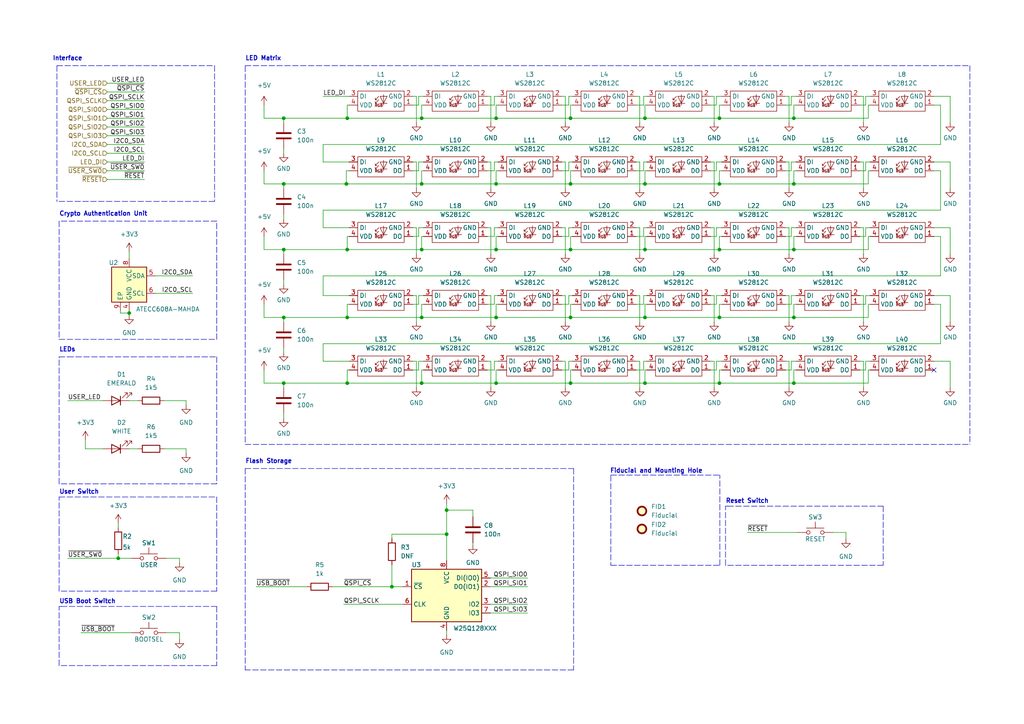
<source format=kicad_sch>
(kicad_sch (version 20211123) (generator eeschema)
  (paper "A4")
  (title_block (title "Pico Card") (date "2022-05-28") (rev "v1.0") (company "DIVA ENG"))
  (junction (at 165.481 92.075))
  (junction (at 143.891 34.29))
  (junction (at 82.296 111.125))
  (junction (at 100.711 92.075))
  (junction (at 165.481 53.34))
  (junction (at 230.251 111.125))
  (junction (at 129.54 154.94))
  (junction (at 187.071 72.39))
  (junction (at 100.711 111.125))
  (junction (at 122.301 34.29))
  (junction (at 208.661 111.125))
  (junction (at 34.29 161.925))
  (junction (at 82.296 92.075))
  (junction (at 37.465 90.805))
  (junction (at 187.071 111.125))
  (junction (at 82.296 72.39))
  (junction (at 122.301 111.125))
  (junction (at 230.251 72.39))
  (junction (at 122.301 53.34))
  (junction (at 165.481 111.125))
  (junction (at 208.661 92.075))
  (junction (at 100.711 34.29))
  (junction (at 230.251 92.075))
  (junction (at 143.891 53.34))
  (junction (at 143.891 111.125))
  (junction (at 187.071 34.29))
  (junction (at 208.661 72.39))
  (junction (at 165.481 72.39))
  (junction (at 122.301 72.39))
  (junction (at 100.711 72.39))
  (junction (at 82.296 34.29))
  (junction (at 230.251 34.29))
  (junction (at 129.54 147.955))
  (junction (at 208.661 53.34))
  (junction (at 100.457 53.34))
  (junction (at 143.891 92.075))
  (junction (at 208.661 34.29))
  (junction (at 113.665 170.18))
  (junction (at 143.891 72.39))
  (junction (at 82.296 53.34))
  (junction (at 187.071 92.075))
  (junction (at 122.301 92.075))
  (junction (at 187.071 53.34))
  (junction (at 165.481 34.29))
  (junction (at 230.251 53.34))
  (no_connect (at 270.891 107.315))
  (wire (pts (xy 230.251 49.53) (xy 230.251 53.34)))
  (wire (pts (xy 122.301 107.315) (xy 122.301 111.125)))
  (polyline (pts (xy 62.865 154.305) (xy 62.865 171.45)))
  (wire (pts (xy 31.115 31.75) (xy 41.91 31.75)))
  (wire (pts (xy 82.296 92.075) (xy 100.711 92.075)))
  (wire (pts (xy 207.772 49.53) (xy 206.121 49.53)))
  (polyline (pts (xy 17.145 64.135) (xy 17.145 98.425)))
  (wire (pts (xy 144.399 85.725) (xy 143.383 85.725)))
  (wire (pts (xy 250.444 27.94) (xy 250.444 35.56)))
  (wire (pts (xy 165.989 104.775) (xy 164.973 104.775)))
  (polyline (pts (xy 177.165 137.795) (xy 208.788 137.795)))
  (wire (pts (xy 250.444 104.775) (xy 250.444 112.395)))
  (wire (pts (xy 129.54 154.94) (xy 129.54 162.56)))
  (wire (pts (xy 76.581 88.265) (xy 76.581 92.075)))
  (wire (pts (xy 227.838 66.04) (xy 228.854 66.04)))
  (wire (pts (xy 186.69 104.775) (xy 186.69 107.315)))
  (wire (pts (xy 141.351 85.725) (xy 142.367 85.725)))
  (wire (pts (xy 252.349 46.99) (xy 251.079 46.99)))
  (wire (pts (xy 251.079 30.48) (xy 249.428 30.48)))
  (wire (pts (xy 34.925 90.805) (xy 37.465 90.805)))
  (wire (pts (xy 186.69 27.94) (xy 186.69 30.48)))
  (wire (pts (xy 186.69 46.99) (xy 186.69 49.53)))
  (wire (pts (xy 93.726 60.96) (xy 93.726 66.04)))
  (wire (pts (xy 207.772 85.725) (xy 207.772 88.265)))
  (wire (pts (xy 185.547 85.725) (xy 185.547 93.345)))
  (wire (pts (xy 82.296 53.34) (xy 82.296 54.61)))
  (polyline (pts (xy 177.165 137.922) (xy 177.165 163.957)))
  (wire (pts (xy 252.349 68.58) (xy 251.841 68.58)))
  (wire (pts (xy 251.079 88.265) (xy 249.428 88.265)))
  (wire (pts (xy 186.69 66.04) (xy 186.69 68.58)))
  (wire (pts (xy 228.854 85.725) (xy 228.854 93.345)))
  (wire (pts (xy 82.296 43.18) (xy 82.296 44.45)))
  (wire (pts (xy 119.761 88.265) (xy 121.412 88.265)))
  (wire (pts (xy 82.296 72.39) (xy 100.711 72.39)))
  (wire (pts (xy 31.115 41.91) (xy 41.91 41.91)))
  (wire (pts (xy 31.115 39.37) (xy 41.91 39.37)))
  (wire (pts (xy 141.351 27.94) (xy 142.367 27.94)))
  (wire (pts (xy 34.29 160.655) (xy 34.29 161.925)))
  (wire (pts (xy 187.071 72.39) (xy 208.661 72.39)))
  (wire (pts (xy 187.071 30.48) (xy 187.579 30.48)))
  (wire (pts (xy 252.349 30.48) (xy 251.841 30.48)))
  (wire (pts (xy 119.761 49.53) (xy 121.412 49.53)))
  (wire (pts (xy 270.891 66.04) (xy 275.59 66.04)))
  (wire (pts (xy 270.891 46.99) (xy 275.59 46.99)))
  (wire (pts (xy 228.854 66.04) (xy 228.854 73.66)))
  (wire (pts (xy 272.796 88.265) (xy 272.796 99.695)))
  (wire (pts (xy 251.079 27.94) (xy 251.079 30.48)))
  (wire (pts (xy 101.219 68.58) (xy 100.711 68.58)))
  (wire (pts (xy 31.115 44.45) (xy 41.91 44.45)))
  (wire (pts (xy 252.349 88.265) (xy 251.841 88.265)))
  (wire (pts (xy 251.841 49.53) (xy 251.841 53.34)))
  (wire (pts (xy 252.349 27.94) (xy 251.079 27.94)))
  (wire (pts (xy 31.115 34.29) (xy 41.91 34.29)))
  (wire (pts (xy 37.465 116.205) (xy 40.005 116.205)))
  (wire (pts (xy 227.838 68.58) (xy 229.489 68.58)))
  (wire (pts (xy 208.661 49.53) (xy 208.661 53.34)))
  (wire (pts (xy 120.777 46.99) (xy 120.777 54.61)))
  (wire (pts (xy 120.777 104.775) (xy 120.777 112.395)))
  (wire (pts (xy 252.349 49.53) (xy 251.841 49.53)))
  (wire (pts (xy 121.412 68.58) (xy 121.412 66.04)))
  (wire (pts (xy 251.079 107.315) (xy 249.428 107.315)))
  (wire (pts (xy 208.661 72.39) (xy 230.251 72.39)))
  (wire (pts (xy 272.796 68.58) (xy 272.796 80.01)))
  (wire (pts (xy 165.481 68.58) (xy 165.481 72.39)))
  (polyline (pts (xy 62.865 193.04) (xy 17.145 193.04)))
  (wire (pts (xy 143.891 88.265) (xy 143.891 92.075)))
  (wire (pts (xy 163.957 27.94) (xy 163.957 35.56)))
  (wire (pts (xy 37.465 90.17) (xy 37.465 90.805)))
  (wire (pts (xy 209.296 27.94) (xy 207.772 27.94)))
  (polyline (pts (xy 62.23 19.05) (xy 62.23 58.42)))
  (wire (pts (xy 249.428 46.99) (xy 250.444 46.99)))
  (wire (pts (xy 229.489 27.94) (xy 229.489 30.48)))
  (wire (pts (xy 100.711 68.58) (xy 100.711 72.39)))
  (wire (pts (xy 230.886 104.775) (xy 229.489 104.775)))
  (polyline (pts (xy 62.865 103.505) (xy 62.865 140.335)))
  (wire (pts (xy 186.69 107.315) (xy 184.531 107.315)))
  (wire (pts (xy 23.495 183.515) (xy 38.1 183.515)))
  (wire (pts (xy 45.085 80.01) (xy 55.88 80.01)))
  (wire (pts (xy 186.69 88.265) (xy 184.531 88.265)))
  (wire (pts (xy 230.886 46.99) (xy 229.489 46.99)))
  (wire (pts (xy 230.886 85.725) (xy 229.489 85.725)))
  (wire (pts (xy 142.24 175.26) (xy 153.035 175.26)))
  (wire (pts (xy 272.796 80.01) (xy 93.726 80.01)))
  (wire (pts (xy 119.761 68.58) (xy 121.412 68.58)))
  (wire (pts (xy 227.838 27.94) (xy 228.854 27.94)))
  (wire (pts (xy 119.761 66.04) (xy 120.777 66.04)))
  (wire (pts (xy 187.579 104.775) (xy 186.69 104.775)))
  (wire (pts (xy 229.489 104.775) (xy 229.489 107.315)))
  (wire (pts (xy 144.399 46.99) (xy 143.383 46.99)))
  (wire (pts (xy 251.079 49.53) (xy 249.428 49.53)))
  (wire (pts (xy 129.54 147.955) (xy 129.54 154.94)))
  (wire (pts (xy 163.957 104.775) (xy 163.957 112.395)))
  (wire (pts (xy 227.838 30.48) (xy 229.489 30.48)))
  (wire (pts (xy 187.071 34.29) (xy 208.661 34.29)))
  (wire (pts (xy 76.581 92.075) (xy 82.296 92.075)))
  (wire (pts (xy 93.726 66.04) (xy 101.219 66.04)))
  (wire (pts (xy 272.796 99.695) (xy 93.726 99.695)))
  (wire (pts (xy 141.351 46.99) (xy 142.367 46.99)))
  (wire (pts (xy 249.428 66.04) (xy 250.444 66.04)))
  (wire (pts (xy 120.777 66.04) (xy 120.777 73.66)))
  (wire (pts (xy 251.841 68.58) (xy 251.841 72.39)))
  (wire (pts (xy 76.581 34.29) (xy 82.296 34.29)))
  (wire (pts (xy 187.071 49.53) (xy 187.071 53.34)))
  (wire (pts (xy 187.071 68.58) (xy 187.579 68.58)))
  (wire (pts (xy 31.115 36.83) (xy 41.91 36.83)))
  (wire (pts (xy 207.137 85.725) (xy 207.137 93.345)))
  (wire (pts (xy 45.085 85.09) (xy 55.88 85.09)))
  (wire (pts (xy 142.367 46.99) (xy 142.367 54.61)))
  (wire (pts (xy 186.69 49.53) (xy 184.531 49.53)))
  (wire (pts (xy 229.489 46.99) (xy 229.489 49.53)))
  (wire (pts (xy 251.841 30.48) (xy 251.841 34.29)))
  (polyline (pts (xy 210.439 163.957) (xy 210.439 146.812)))
  (wire (pts (xy 137.16 149.86) (xy 137.16 147.955)))
  (wire (pts (xy 143.891 107.315) (xy 143.891 111.125)))
  (wire (pts (xy 144.399 49.53) (xy 143.891 49.53)))
  (polyline (pts (xy 71.12 135.89) (xy 71.12 194.31)))
  (polyline (pts (xy 71.12 135.89) (xy 166.37 135.89)))
  (wire (pts (xy 207.772 104.775) (xy 207.772 107.315)))
  (wire (pts (xy 82.296 111.125) (xy 82.296 112.395)))
  (wire (pts (xy 162.941 104.775) (xy 163.957 104.775)))
  (wire (pts (xy 185.547 66.04) (xy 185.547 73.66)))
  (wire (pts (xy 187.071 88.265) (xy 187.579 88.265)))
  (polyline (pts (xy 62.865 98.425) (xy 62.865 64.135)))
  (wire (pts (xy 142.24 167.64) (xy 153.035 167.64)))
  (wire (pts (xy 142.24 177.8) (xy 153.035 177.8)))
  (wire (pts (xy 34.29 151.765) (xy 34.29 153.035)))
  (wire (pts (xy 19.685 161.925) (xy 34.29 161.925)))
  (wire (pts (xy 250.444 46.99) (xy 250.444 54.61)))
  (wire (pts (xy 228.854 46.99) (xy 228.854 54.61)))
  (wire (pts (xy 144.399 88.265) (xy 143.891 88.265)))
  (wire (pts (xy 187.579 46.99) (xy 186.69 46.99)))
  (wire (pts (xy 31.115 29.21) (xy 41.91 29.21)))
  (wire (pts (xy 164.973 66.04) (xy 164.973 68.58)))
  (wire (pts (xy 227.838 49.53) (xy 229.489 49.53)))
  (wire (pts (xy 250.444 85.725) (xy 250.444 93.345)))
  (wire (pts (xy 229.489 85.725) (xy 229.489 88.265)))
  (wire (pts (xy 187.071 88.265) (xy 187.071 92.075)))
  (wire (pts (xy 164.973 27.94) (xy 164.973 30.48)))
  (wire (pts (xy 165.481 49.53) (xy 165.481 53.34)))
  (wire (pts (xy 121.412 85.725) (xy 122.809 85.725)))
  (wire (pts (xy 252.349 107.315) (xy 251.841 107.315)))
  (wire (pts (xy 143.383 46.99) (xy 143.383 49.53)))
  (wire (pts (xy 142.24 170.18) (xy 153.035 170.18)))
  (wire (pts (xy 121.412 46.99) (xy 122.809 46.99)))
  (wire (pts (xy 208.661 107.315) (xy 208.661 111.125)))
  (wire (pts (xy 93.726 104.775) (xy 101.219 104.775)))
  (wire (pts (xy 209.296 46.99) (xy 207.772 46.99)))
  (wire (pts (xy 100.711 72.39) (xy 122.301 72.39)))
  (wire (pts (xy 119.761 27.94) (xy 120.777 27.94)))
  (wire (pts (xy 113.665 154.94) (xy 129.54 154.94)))
  (wire (pts (xy 251.079 85.725) (xy 251.079 88.265)))
  (wire (pts (xy 82.296 62.23) (xy 82.296 63.5)))
  (wire (pts (xy 165.989 30.48) (xy 165.481 30.48)))
  (wire (pts (xy 165.481 30.48) (xy 165.481 34.29)))
  (wire (pts (xy 119.761 30.48) (xy 121.412 30.48)))
  (wire (pts (xy 143.891 111.125) (xy 165.481 111.125)))
  (wire (pts (xy 121.412 27.94) (xy 122.809 27.94)))
  (wire (pts (xy 249.428 85.725) (xy 250.444 85.725)))
  (wire (pts (xy 251.079 66.04) (xy 251.079 68.58)))
  (wire (pts (xy 207.137 66.04) (xy 207.137 73.66)))
  (wire (pts (xy 162.941 30.48) (xy 164.973 30.48)))
  (wire (pts (xy 165.481 53.34) (xy 187.071 53.34)))
  (wire (pts (xy 143.891 68.58) (xy 143.891 72.39)))
  (wire (pts (xy 252.349 104.775) (xy 251.079 104.775)))
  (wire (pts (xy 144.399 27.94) (xy 143.383 27.94)))
  (wire (pts (xy 142.367 85.725) (xy 142.367 93.345)))
  (wire (pts (xy 184.531 27.94) (xy 185.547 27.94)))
  (wire (pts (xy 249.428 27.94) (xy 250.444 27.94)))
  (wire (pts (xy 165.481 92.075) (xy 187.071 92.075)))
  (wire (pts (xy 165.989 46.99) (xy 164.973 46.99)))
  (wire (pts (xy 120.777 27.94) (xy 120.777 35.56)))
  (wire (pts (xy 144.399 107.315) (xy 143.891 107.315)))
  (wire (pts (xy 272.796 60.96) (xy 93.726 60.96)))
  (wire (pts (xy 121.412 104.775) (xy 122.809 104.775)))
  (wire (pts (xy 162.941 46.99) (xy 163.957 46.99)))
  (wire (pts (xy 230.251 30.48) (xy 230.886 30.48)))
  (wire (pts (xy 162.941 27.94) (xy 163.957 27.94)))
  (wire (pts (xy 270.891 30.48) (xy 272.796 30.48)))
  (wire (pts (xy 143.383 107.315) (xy 141.351 107.315)))
  (wire (pts (xy 165.989 27.94) (xy 164.973 27.94)))
  (wire (pts (xy 165.481 107.315) (xy 165.481 111.125)))
  (wire (pts (xy 206.121 85.725) (xy 207.137 85.725)))
  (wire (pts (xy 187.071 49.53) (xy 187.579 49.53)))
  (wire (pts (xy 165.481 72.39) (xy 187.071 72.39)))
  (polyline (pts (xy 210.439 146.812) (xy 211.074 146.812)))
  (wire (pts (xy 144.399 68.58) (xy 143.891 68.58)))
  (wire (pts (xy 143.383 66.04) (xy 143.383 68.58)))
  (wire (pts (xy 208.661 88.265) (xy 208.661 92.075)))
  (wire (pts (xy 122.301 53.34) (xy 143.891 53.34)))
  (wire (pts (xy 143.383 85.725) (xy 143.383 88.265)))
  (wire (pts (xy 227.838 104.775) (xy 228.854 104.775)))
  (wire (pts (xy 137.16 158.115) (xy 137.16 157.48)))
  (wire (pts (xy 121.412 66.04) (xy 122.809 66.04)))
  (wire (pts (xy 272.796 49.53) (xy 272.796 60.96)))
  (wire (pts (xy 122.301 92.075) (xy 143.891 92.075)))
  (wire (pts (xy 93.726 80.01) (xy 93.726 85.725)))
  (polyline (pts (xy 71.12 19.05) (xy 281.305 19.05)))
  (wire (pts (xy 100.711 92.075) (xy 122.301 92.075)))
  (wire (pts (xy 230.251 68.58) (xy 230.886 68.58)))
  (wire (pts (xy 207.772 30.48) (xy 206.121 30.48)))
  (wire (pts (xy 186.69 68.58) (xy 184.531 68.58)))
  (wire (pts (xy 251.841 88.265) (xy 251.841 92.075)))
  (wire (pts (xy 34.925 90.17) (xy 34.925 90.805)))
  (wire (pts (xy 31.115 49.53) (xy 41.91 49.53)))
  (polyline (pts (xy 17.145 154.305) (xy 17.145 144.145)))
  (wire (pts (xy 187.071 30.48) (xy 187.071 34.29)))
  (wire (pts (xy 122.301 34.29) (xy 143.891 34.29)))
  (wire (pts (xy 47.625 116.205) (xy 53.975 116.205)))
  (wire (pts (xy 275.59 27.94) (xy 275.59 35.56)))
  (wire (pts (xy 187.071 68.58) (xy 187.071 72.39)))
  (wire (pts (xy 250.444 66.04) (xy 250.444 73.66)))
  (wire (pts (xy 230.886 27.94) (xy 229.489 27.94)))
  (wire (pts (xy 230.251 34.29) (xy 251.841 34.29)))
  (wire (pts (xy 34.29 161.925) (xy 38.1 161.925)))
  (wire (pts (xy 113.665 170.18) (xy 116.84 170.18)))
  (polyline (pts (xy 17.145 103.505) (xy 19.685 103.505)))
  (wire (pts (xy 208.661 111.125) (xy 230.251 111.125)))
  (wire (pts (xy 82.296 92.075) (xy 82.296 93.345)))
  (wire (pts (xy 74.295 170.18) (xy 88.9 170.18)))
  (wire (pts (xy 230.251 88.265) (xy 230.251 92.075)))
  (wire (pts (xy 76.581 68.58) (xy 76.581 72.39)))
  (wire (pts (xy 165.989 68.58) (xy 165.481 68.58)))
  (wire (pts (xy 122.809 88.265) (xy 122.301 88.265)))
  (wire (pts (xy 143.383 27.94) (xy 143.383 30.48)))
  (wire (pts (xy 93.726 46.99) (xy 101.219 46.99)))
  (wire (pts (xy 163.957 66.04) (xy 163.957 73.66)))
  (wire (pts (xy 76.581 107.315) (xy 76.581 111.125)))
  (wire (pts (xy 184.531 66.04) (xy 185.547 66.04)))
  (wire (pts (xy 100.711 34.29) (xy 122.301 34.29)))
  (wire (pts (xy 187.071 53.34) (xy 208.661 53.34)))
  (wire (pts (xy 207.772 27.94) (xy 207.772 30.48)))
  (wire (pts (xy 249.428 104.775) (xy 250.444 104.775)))
  (wire (pts (xy 275.59 85.725) (xy 275.59 93.345)))
  (wire (pts (xy 129.54 146.05) (xy 129.54 147.955)))
  (wire (pts (xy 230.251 68.58) (xy 230.251 72.39)))
  (wire (pts (xy 100.711 107.315) (xy 100.711 111.125)))
  (wire (pts (xy 230.251 30.48) (xy 230.251 34.29)))
  (wire (pts (xy 162.941 107.315) (xy 164.973 107.315)))
  (wire (pts (xy 208.661 30.48) (xy 208.661 34.29)))
  (wire (pts (xy 82.296 72.39) (xy 82.296 73.66)))
  (wire (pts (xy 53.975 116.205) (xy 53.975 117.475)))
  (wire (pts (xy 184.531 46.99) (xy 185.547 46.99)))
  (wire (pts (xy 101.219 107.315) (xy 100.711 107.315)))
  (polyline (pts (xy 17.145 171.45) (xy 17.145 154.305)))
  (polyline (pts (xy 71.12 128.905) (xy 281.305 128.905)))
  (wire (pts (xy 187.579 66.04) (xy 186.69 66.04)))
  (polyline (pts (xy 16.51 19.05) (xy 62.23 19.05)))
  (wire (pts (xy 99.695 175.26) (xy 116.84 175.26)))
  (wire (pts (xy 121.412 107.315) (xy 121.412 104.775)))
  (wire (pts (xy 185.547 104.775) (xy 185.547 112.395)))
  (wire (pts (xy 100.711 30.48) (xy 100.711 34.29)))
  (wire (pts (xy 165.481 111.125) (xy 187.071 111.125)))
  (polyline (pts (xy 256.159 146.812) (xy 256.159 163.957)))
  (wire (pts (xy 101.219 88.265) (xy 100.711 88.265)))
  (polyline (pts (xy 211.074 146.812) (xy 256.159 146.812)))
  (wire (pts (xy 208.661 34.29) (xy 230.251 34.29)))
  (wire (pts (xy 101.219 30.48) (xy 100.711 30.48)))
  (wire (pts (xy 251.841 107.315) (xy 251.841 111.125)))
  (wire (pts (xy 208.661 68.58) (xy 209.296 68.58)))
  (wire (pts (xy 270.891 27.94) (xy 275.59 27.94)))
  (wire (pts (xy 230.251 53.34) (xy 251.841 53.34)))
  (polyline (pts (xy 166.37 194.31) (xy 71.12 194.31)))
  (wire (pts (xy 113.665 156.21) (xy 113.665 154.94)))
  (wire (pts (xy 122.301 49.53) (xy 122.301 53.34)))
  (wire (pts (xy 48.26 161.925) (xy 52.07 161.925)))
  (wire (pts (xy 119.761 85.725) (xy 120.777 85.725)))
  (wire (pts (xy 100.711 111.125) (xy 122.301 111.125)))
  (wire (pts (xy 37.465 90.805) (xy 37.465 91.44)))
  (wire (pts (xy 251.079 104.775) (xy 251.079 107.315)))
  (wire (pts (xy 251.079 46.99) (xy 251.079 49.53)))
  (wire (pts (xy 121.412 49.53) (xy 121.412 46.99)))
  (wire (pts (xy 143.383 104.775) (xy 143.383 107.315)))
  (wire (pts (xy 209.296 104.775) (xy 207.772 104.775)))
  (wire (pts (xy 275.59 104.775) (xy 275.59 112.395)))
  (wire (pts (xy 207.137 27.94) (xy 207.137 35.56)))
  (wire (pts (xy 270.891 49.53) (xy 272.796 49.53)))
  (wire (pts (xy 100.711 88.265) (xy 100.711 92.075)))
  (wire (pts (xy 29.845 130.175) (xy 24.765 130.175)))
  (wire (pts (xy 144.399 30.48) (xy 143.891 30.48)))
  (wire (pts (xy 230.251 49.53) (xy 230.886 49.53)))
  (wire (pts (xy 37.465 130.175) (xy 40.005 130.175)))
  (wire (pts (xy 228.854 104.775) (xy 228.854 112.395)))
  (polyline (pts (xy 17.145 193.04) (xy 17.145 175.895)))
  (wire (pts (xy 227.838 46.99) (xy 228.854 46.99)))
  (wire (pts (xy 165.989 107.315) (xy 165.481 107.315)))
  (wire (pts (xy 141.351 104.775) (xy 142.367 104.775)))
  (polyline (pts (xy 166.37 135.89) (xy 166.37 194.31)))
  (wire (pts (xy 82.296 34.29) (xy 82.296 35.56)))
  (wire (pts (xy 52.07 161.925) (xy 52.07 163.195)))
  (wire (pts (xy 206.121 46.99) (xy 207.137 46.99)))
  (wire (pts (xy 143.891 34.29) (xy 165.481 34.29)))
  (polyline (pts (xy 62.865 140.335) (xy 17.145 140.335)))
  (wire (pts (xy 165.989 85.725) (xy 164.973 85.725)))
  (polyline (pts (xy 62.23 58.42) (xy 16.51 58.42)))
  (wire (pts (xy 31.115 26.67) (xy 41.91 26.67)))
  (wire (pts (xy 162.941 85.725) (xy 163.957 85.725)))
  (wire (pts (xy 251.079 68.58) (xy 249.428 68.58)))
  (wire (pts (xy 208.661 53.34) (xy 230.251 53.34)))
  (wire (pts (xy 230.251 107.315) (xy 230.886 107.315)))
  (polyline (pts (xy 17.145 140.335) (xy 17.145 103.505)))
  (wire (pts (xy 165.481 88.265) (xy 165.481 92.075)))
  (wire (pts (xy 207.137 46.99) (xy 207.137 54.61)))
  (wire (pts (xy 228.854 27.94) (xy 228.854 35.56)))
  (wire (pts (xy 163.957 46.99) (xy 163.957 54.61)))
  (wire (pts (xy 275.59 66.04) (xy 275.59 73.66)))
  (wire (pts (xy 162.941 66.04) (xy 163.957 66.04)))
  (polyline (pts (xy 17.145 175.895) (xy 17.78 175.895)))
  (wire (pts (xy 143.383 68.58) (xy 141.351 68.58)))
  (wire (pts (xy 207.772 46.99) (xy 207.772 49.53)))
  (wire (pts (xy 164.973 46.99) (xy 164.973 49.53)))
  (wire (pts (xy 216.789 154.432) (xy 231.394 154.432)))
  (wire (pts (xy 52.07 183.515) (xy 52.07 185.42)))
  (wire (pts (xy 144.399 104.775) (xy 143.383 104.775)))
  (wire (pts (xy 82.296 53.34) (xy 100.457 53.34)))
  (wire (pts (xy 187.071 107.315) (xy 187.579 107.315)))
  (wire (pts (xy 101.219 49.53) (xy 100.457 49.53)))
  (wire (pts (xy 113.665 163.83) (xy 113.665 170.18)))
  (wire (pts (xy 93.726 85.725) (xy 101.219 85.725)))
  (wire (pts (xy 207.772 66.04) (xy 207.772 68.58)))
  (wire (pts (xy 208.661 88.265) (xy 209.296 88.265)))
  (wire (pts (xy 207.772 68.58) (xy 206.121 68.58)))
  (wire (pts (xy 143.383 49.53) (xy 141.351 49.53)))
  (wire (pts (xy 82.296 81.28) (xy 82.296 82.55)))
  (wire (pts (xy 122.809 49.53) (xy 122.301 49.53)))
  (wire (pts (xy 164.973 85.725) (xy 164.973 88.265)))
  (wire (pts (xy 82.296 100.965) (xy 82.296 102.235)))
  (wire (pts (xy 143.891 92.075) (xy 165.481 92.075)))
  (wire (pts (xy 122.809 68.58) (xy 122.301 68.58)))
  (wire (pts (xy 272.796 41.91) (xy 93.726 41.91)))
  (wire (pts (xy 76.581 30.48) (xy 76.581 34.29)))
  (polyline (pts (xy 19.685 103.505) (xy 62.865 103.505)))
  (wire (pts (xy 207.772 88.265) (xy 206.121 88.265)))
  (wire (pts (xy 93.726 27.94) (xy 101.219 27.94)))
  (polyline (pts (xy 256.159 163.957) (xy 210.439 163.957)))
  (polyline (pts (xy 62.865 144.145) (xy 62.865 154.305)))
  (wire (pts (xy 165.989 88.265) (xy 165.481 88.265)))
  (wire (pts (xy 230.886 66.04) (xy 229.489 66.04)))
  (polyline (pts (xy 71.12 128.27) (xy 71.12 19.05)))
  (wire (pts (xy 187.579 85.725) (xy 186.69 85.725)))
  (wire (pts (xy 143.891 49.53) (xy 143.891 53.34)))
  (wire (pts (xy 122.301 88.265) (xy 122.301 92.075)))
  (wire (pts (xy 270.891 85.725) (xy 275.59 85.725)))
  (wire (pts (xy 227.838 107.315) (xy 229.489 107.315)))
  (wire (pts (xy 230.251 107.315) (xy 230.251 111.125)))
  (polyline (pts (xy 177.165 163.957) (xy 208.788 163.957)))
  (wire (pts (xy 184.531 104.775) (xy 185.547 104.775)))
  (wire (pts (xy 31.115 24.13) (xy 41.91 24.13)))
  (wire (pts (xy 143.891 53.34) (xy 165.481 53.34)))
  (wire (pts (xy 186.69 30.48) (xy 184.531 30.48)))
  (wire (pts (xy 162.941 49.53) (xy 164.973 49.53)))
  (wire (pts (xy 53.975 130.175) (xy 53.975 131.445)))
  (wire (pts (xy 129.54 182.88) (xy 129.54 184.15)))
  (wire (pts (xy 162.941 68.58) (xy 164.973 68.58)))
  (wire (pts (xy 24.765 130.175) (xy 24.765 127.635)))
  (wire (pts (xy 163.957 85.725) (xy 163.957 93.345)))
  (polyline (pts (xy 17.145 98.425) (xy 62.865 98.425)))
  (wire (pts (xy 82.296 111.125) (xy 100.711 111.125)))
  (wire (pts (xy 122.301 30.48) (xy 122.301 34.29)))
  (wire (pts (xy 229.489 66.04) (xy 229.489 68.58)))
  (wire (pts (xy 100.457 49.53) (xy 100.457 53.34)))
  (wire (pts (xy 82.296 34.29) (xy 100.711 34.29)))
  (wire (pts (xy 121.412 88.265) (xy 121.412 85.725)))
  (wire (pts (xy 47.625 130.175) (xy 53.975 130.175)))
  (wire (pts (xy 121.412 30.48) (xy 121.412 27.94)))
  (wire (pts (xy 206.121 104.775) (xy 207.137 104.775)))
  (wire (pts (xy 142.367 66.04) (xy 142.367 73.66)))
  (wire (pts (xy 187.071 92.075) (xy 208.661 92.075)))
  (wire (pts (xy 119.761 104.775) (xy 120.777 104.775)))
  (wire (pts (xy 187.071 111.125) (xy 208.661 111.125)))
  (wire (pts (xy 208.661 92.075) (xy 230.251 92.075)))
  (wire (pts (xy 122.809 107.315) (xy 122.301 107.315)))
  (wire (pts (xy 120.777 85.725) (xy 120.777 93.345)))
  (wire (pts (xy 31.115 52.07) (xy 41.91 52.07)))
  (wire (pts (xy 29.845 116.205) (xy 19.685 116.205)))
  (wire (pts (xy 144.399 66.04) (xy 143.383 66.04)))
  (wire (pts (xy 241.554 154.432) (xy 245.364 154.432)))
  (wire (pts (xy 209.296 85.725) (xy 207.772 85.725)))
  (polyline (pts (xy 62.865 171.45) (xy 17.145 171.45)))
  (wire (pts (xy 143.383 30.48) (xy 141.351 30.48)))
  (wire (pts (xy 100.457 53.34) (xy 122.301 53.34)))
  (wire (pts (xy 227.838 85.725) (xy 228.854 85.725)))
  (wire (pts (xy 185.547 27.94) (xy 185.547 35.56)))
  (wire (pts (xy 119.761 46.99) (xy 120.777 46.99)))
  (wire (pts (xy 82.296 120.015) (xy 82.296 121.285)))
  (wire (pts (xy 270.891 68.58) (xy 272.796 68.58)))
  (wire (pts (xy 76.581 49.53) (xy 76.581 53.34)))
  (wire (pts (xy 122.301 111.125) (xy 143.891 111.125)))
  (wire (pts (xy 252.349 85.725) (xy 251.079 85.725)))
  (wire (pts (xy 207.772 107.315) (xy 206.121 107.315)))
  (wire (pts (xy 142.367 104.775) (xy 142.367 112.395)))
  (wire (pts (xy 165.989 49.53) (xy 165.481 49.53)))
  (wire (pts (xy 187.579 27.94) (xy 186.69 27.94)))
  (wire (pts (xy 208.661 107.315) (xy 209.296 107.315)))
  (wire (pts (xy 230.251 92.075) (xy 251.841 92.075)))
  (wire (pts (xy 162.941 88.265) (xy 164.973 88.265)))
  (wire (pts (xy 76.581 72.39) (xy 82.296 72.39)))
  (wire (pts (xy 208.661 30.48) (xy 209.296 30.48)))
  (wire (pts (xy 227.838 88.265) (xy 229.489 88.265)))
  (wire (pts (xy 76.581 53.34) (xy 82.296 53.34)))
  (wire (pts (xy 275.59 46.99) (xy 275.59 54.61)))
  (wire (pts (xy 208.661 68.58) (xy 208.661 72.39)))
  (wire (pts (xy 119.761 107.315) (xy 121.412 107.315)))
  (wire (pts (xy 164.973 104.775) (xy 164.973 107.315)))
  (wire (pts (xy 165.481 34.29) (xy 187.071 34.29)))
  (wire (pts (xy 37.465 73.025) (xy 37.465 74.93)))
  (wire (pts (xy 270.891 104.775) (xy 275.59 104.775)))
  (polyline (pts (xy 281.305 19.05) (xy 281.305 128.905)))
  (polyline (pts (xy 62.865 64.135) (xy 17.145 64.135)))
  (wire (pts (xy 96.52 170.18) (xy 113.665 170.18)))
  (wire (pts (xy 230.251 88.265) (xy 230.886 88.265)))
  (wire (pts (xy 252.349 66.04) (xy 251.079 66.04)))
  (wire (pts (xy 93.726 99.695) (xy 93.726 104.775)))
  (wire (pts (xy 230.251 72.39) (xy 251.841 72.39)))
  (polyline (pts (xy 62.865 175.895) (xy 62.865 193.04)))
  (wire (pts (xy 142.367 27.94) (xy 142.367 35.56)))
  (wire (pts (xy 230.251 111.125) (xy 251.841 111.125)))
  (wire (pts (xy 185.547 46.99) (xy 185.547 54.61)))
  (wire (pts (xy 143.891 72.39) (xy 165.481 72.39)))
  (wire (pts (xy 270.891 88.265) (xy 272.796 88.265)))
  (wire (pts (xy 143.891 30.48) (xy 143.891 34.29)))
  (polyline (pts (xy 208.788 163.957) (xy 208.788 137.795)))
  (wire (pts (xy 184.531 85.725) (xy 185.547 85.725)))
  (wire (pts (xy 122.301 68.58) (xy 122.301 72.39)))
  (wire (pts (xy 31.115 46.99) (xy 41.91 46.99)))
  (wire (pts (xy 76.581 111.125) (xy 82.296 111.125)))
  (wire (pts (xy 187.071 107.315) (xy 187.071 111.125)))
  (wire (pts (xy 122.809 30.48) (xy 122.301 30.48)))
  (wire (pts (xy 207.137 104.775) (xy 207.137 112.395)))
  (wire (pts (xy 48.26 183.515) (xy 52.07 183.515)))
  (wire (pts (xy 209.296 66.04) (xy 207.772 66.04)))
  (wire (pts (xy 272.796 30.48) (xy 272.796 41.91)))
  (wire (pts (xy 143.383 88.265) (xy 141.351 88.265)))
  (wire (pts (xy 165.989 66.04) (xy 164.973 66.04)))
  (wire (pts (xy 245.364 154.432) (xy 245.364 156.337)))
  (polyline (pts (xy 16.51 19.05) (xy 16.51 58.42)))
  (wire (pts (xy 141.351 66.04) (xy 142.367 66.04)))
  (wire (pts (xy 186.69 85.725) (xy 186.69 88.265)))
  (wire (pts (xy 206.121 27.94) (xy 207.137 27.94)))
  (wire (pts (xy 137.16 147.955) (xy 129.54 147.955)))
  (polyline (pts (xy 17.78 175.895) (xy 62.865 175.895)))
  (wire (pts (xy 206.121 66.04) (xy 207.137 66.04)))
  (wire (pts (xy 93.726 41.91) (xy 93.726 46.99)))
  (wire (pts (xy 122.301 72.39) (xy 143.891 72.39)))
  (wire (pts (xy 208.661 49.53) (xy 209.296 49.53)))
  (polyline (pts (xy 17.145 144.145) (xy 62.865 144.145)))
  (text "Crypto Authentication Unit" (at 17.145 62.865 0) (effects (font (size 1.27 1.27) (thickness 0.254) bold) (justify left bottom)))
  (text "Fiducial and Mounting Hole" (at 176.911 137.414 0) (effects (font (size 1.27 1.27) (thickness 0.254) bold) (justify left bottom)))
  (text "LED Matrix" (at 71.12 17.78 0) (effects (font (size 1.27 1.27) (thickness 0.254) bold) (justify left bottom)))
  (text "USB Boot Switch" (at 17.145 175.26 0) (effects (font (size 1.27 1.27) (thickness 0.254) bold) (justify left bottom)))
  (text "Flash Storage" (at 71.12 134.62 0) (effects (font (size 1.27 1.27) (thickness 0.254) bold) (justify left bottom)))
  (text "User Switch" (at 17.145 143.51 0) (effects (font (size 1.27 1.27) (thickness 0.254) bold) (justify left bottom)))
  (text "Reset Switch" (at 210.439 146.177 0) (effects (font (size 1.27 1.27) (thickness 0.254) bold) (justify left bottom)))
  (text "LEDs" (at 17.145 102.235 0) (effects (font (size 1.27 1.27) bold) (justify left bottom)))
  (text "Interface" (at 15.24 17.78 0) (effects (font (size 1.27 1.27) (thickness 0.254) bold) (justify left bottom)))
  (label "~{RESET}" (at 216.789 154.432 0))
  (label "I2C0_SCL" (at 55.88 85.09 180))
  (label "QSPI_SIO3" (at 41.91 39.37 180))
  (label "~{USER_SW0}" (at 19.685 161.925 0))
  (label "~{USB_BOOT}" (at 74.295 170.18 0))
  (label "QSPI_SCLK" (at 99.695 175.26 0))
  (label "QSPI_SIO1" (at 153.035 170.18 180))
  (label "I2C0_SDA" (at 41.91 41.91 180))
  (label "QSPI_SIO0" (at 153.035 167.64 180))
  (label "QSPI_SIO2" (at 41.91 36.83 180))
  (label "USER_LED" (at 19.685 116.205 0))
  (label "USER_LED" (at 41.91 24.13 180))
  (label "QSPI_SCLK" (at 41.91 29.21 180))
  (label "I2C0_SDA" (at 55.88 80.01 180))
  (label "QSPI_SIO1" (at 41.91 34.29 180))
  (label "QSPI_SIO2" (at 153.035 175.26 180))
  (label "QSPI_SIO3" (at 153.035 177.8 180))
  (label "~{USER_SW0}" (at 41.91 49.53 180))
  (label "I2C0_SCL" (at 41.91 44.45 180))
  (label "LED_DI" (at 93.726 27.94 0))
  (label "~{USB_BOOT}" (at 23.495 183.515 0))
  (label "LED_DI" (at 41.91 46.99 180))
  (label "~{RESET}" (at 41.91 52.07 180))
  (label "~{QSPI_CS}" (at 41.91 26.67 180))
  (label "QSPI_SIO0" (at 41.91 31.75 180))
  (label "~{QSPI_CS}" (at 99.695 170.18 0))
  (hierarchical_label "QSPI_SCLK" (shape input) (at 31.115 29.21 180))
  (hierarchical_label "QSPI_SIO0" (shape input) (at 31.115 31.75 180))
  (hierarchical_label "~{RESET}" (shape input) (at 31.115 52.07 180))
  (hierarchical_label "USER_LED" (shape input) (at 31.115 24.13 180))
  (hierarchical_label "LED_DI" (shape input) (at 31.115 46.99 180))
  (hierarchical_label "QSPI_SIO2" (shape input) (at 31.115 36.83 180))
  (hierarchical_label "QSPI_SIO1" (shape input) (at 31.115 34.29 180))
  (hierarchical_label "I2C0_SDA" (shape input) (at 31.115 41.91 180))
  (hierarchical_label "~{QSPI_CS}" (shape input) (at 31.115 26.67 180))
  (hierarchical_label "~{USER_SW0}" (shape input) (at 31.115 49.53 180))
  (hierarchical_label "QSPI_SIO3" (shape input) (at 31.115 39.37 180))
  (hierarchical_label "I2C0_SCL" (shape input) (at 31.115 44.45 180))
  (symbol (lib_id "Device:C") (at 82.296 116.205 0) (unit 1)
    (property "Reference" "C7" (at 86.106 114.9349 0) (effects (justify left)))
    (property "Value" "100n" (at 86.106 117.4749 0) (effects (justify left)))
    (property "Footprint" "Capacitor_SMD:C_0402_1005Metric" (effects hide))
  )
  (symbol (lib_id "Device:R") (at 43.815 130.175 90) (unit 1)
    (property "Reference" "R6" (at 43.815 123.825 90))
    (property "Value" "1k5" (at 43.815 126.365 90))
    (property "Footprint" "Resistor_SMD:R_0402_1005Metric" (effects hide))
  )
  (symbol (lib_name "WS2812C_30") (lib_id "Diva-Card:WS2812C") (at 149.479 26.67 0) (unit 1)
    (property "Reference" "L3" (at 153.67 21.59 0))
    (property "Value" "WS2812C" (at 153.67 24.13 0))
    (property "Footprint" "Diva-Card:WS2812C-2020" (effects hide))
  )
  (symbol (lib_name "WS2812C_12") (lib_id "Diva-Card:WS2812C") (at 214.376 103.505 0) (unit 1)
    (property "Reference" "L38" (at 218.567 98.425 0))
    (property "Value" "WS2812C" (at 218.567 100.965 0))
    (property "Footprint" "Diva-Card:WS2812C-2020" (effects hide))
  )
  (symbol (lib_name "WS2812C_29") (lib_id "Diva-Card:WS2812C") (at 149.479 45.72 0) (unit 1)
    (property "Reference" "L11" (at 153.67 40.64 0))
    (property "Value" "WS2812C" (at 153.67 43.18 0))
    (property "Footprint" "Diva-Card:WS2812C-2020" (effects hide))
  )
  (symbol (lib_id "power:+3.3V") (at 37.465 73.025 0) (unit 1)
    (property "Reference" "#PWR059" (effects hide))
    (property "Value" "+3.3V" (at 37.465 67.945 0))
  )
  (symbol (lib_id "Device:C") (at 137.16 153.67 0) (unit 1)
    (property "Reference" "C8" (at 140.335 152.3999 0) (effects (justify left)))
    (property "Value" "100n" (at 140.335 154.9399 0) (effects (justify left)))
    (property "Footprint" "Capacitor_SMD:C_0402_1005Metric" (effects hide))
  )
  (symbol (lib_id "power:GND") (at 275.59 73.66 0) (unit 1)
    (property "Reference" "#PWR035" (effects hide))
    (property "Value" "GND" (at 275.59 78.105 0))
  )
  (symbol (lib_id "power:GND") (at 207.137 73.66 0) (unit 1)
    (property "Reference" "#PWR032" (effects hide))
    (property "Value" "GND" (at 207.137 78.105 0))
  )
  (symbol (lib_id "power:GND") (at 250.444 73.66 0) (unit 1)
    (property "Reference" "#PWR034" (effects hide))
    (property "Value" "GND" (at 250.444 78.105 0))
  )
  (symbol (lib_id "power:+5V") (at 76.581 107.315 0) (unit 1)
    (property "Reference" "#PWR049" (effects hide))
    (property "Value" "+5V" (at 76.581 101.6 0))
  )
  (symbol (lib_id "power:GND") (at 185.547 35.56 0) (unit 1)
    (property "Reference" "#PWR010" (effects hide))
    (property "Value" "GND" (at 185.547 40.005 0))
  )
  (symbol (lib_id "power:GND") (at 228.854 112.395 0) (unit 1)
    (property "Reference" "#PWR055" (effects hide))
    (property "Value" "GND" (at 228.854 116.84 0))
  )
  (symbol (lib_name "WS2812C_38") (lib_id "Diva-Card:WS2812C") (at 214.376 26.67 0) (unit 1)
    (property "Reference" "L6" (at 218.567 21.59 0))
    (property "Value" "WS2812C" (at 218.567 24.13 0))
    (property "Footprint" "Diva-Card:WS2812C-2020" (effects hide))
  )
  (symbol (lib_id "power:GND") (at 163.957 73.66 0) (unit 1)
    (property "Reference" "#PWR030" (effects hide))
    (property "Value" "GND" (at 163.957 78.105 0))
  )
  (symbol (lib_id "power:GND") (at 207.137 35.56 0) (unit 1)
    (property "Reference" "#PWR011" (effects hide))
    (property "Value" "GND" (at 207.137 40.005 0))
  )
  (symbol (lib_id "power:GND") (at 250.444 112.395 0) (unit 1)
    (property "Reference" "#PWR056" (effects hide))
    (property "Value" "GND" (at 250.444 116.84 0))
  )
  (symbol (lib_id "power:GND") (at 82.296 44.45 0) (unit 1)
    (property "Reference" "#PWR015" (effects hide))
    (property "Value" "GND" (at 82.296 48.895 0))
  )
  (symbol (lib_id "power:GND") (at 207.137 112.395 0) (unit 1)
    (property "Reference" "#PWR054" (effects hide))
    (property "Value" "GND" (at 207.137 116.84 0))
  )
  (symbol (lib_id "power:GND") (at 142.367 73.66 0) (unit 1)
    (property "Reference" "#PWR029" (effects hide))
    (property "Value" "GND" (at 142.367 78.105 0))
  )
  (symbol (lib_id "Device:C") (at 82.296 97.155 0) (unit 1)
    (property "Reference" "C6" (at 86.106 95.8849 0) (effects (justify left)))
    (property "Value" "100n" (at 86.106 98.4249 0) (effects (justify left)))
    (property "Footprint" "Capacitor_SMD:C_0402_1005Metric" (effects hide))
  )
  (symbol (lib_name "WS2812C_37") (lib_id "Diva-Card:WS2812C") (at 192.659 26.67 0) (unit 1)
    (property "Reference" "L5" (at 196.85 21.59 0))
    (property "Value" "WS2812C" (at 196.85 24.13 0))
    (property "Footprint" "Diva-Card:WS2812C-2020" (effects hide))
  )
  (symbol (lib_id "power:+3.3V") (at 129.54 146.05 0) (unit 1)
    (property "Reference" "#PWR061" (effects hide))
    (property "Value" "+3.3V" (at 129.54 140.97 0))
  )
  (symbol (lib_name "WS2812C_26") (lib_id "Diva-Card:WS2812C") (at 127.889 45.72 0) (unit 1)
    (property "Reference" "L10" (at 132.08 40.64 0))
    (property "Value" "WS2812C" (at 132.08 43.18 0))
    (property "Footprint" "Diva-Card:WS2812C-2020" (effects hide))
  )
  (symbol (lib_name "WS2812C_8") (lib_id "Diva-Card:WS2812C") (at 214.376 64.77 0) (unit 1)
    (property "Reference" "L22" (at 218.567 59.69 0))
    (property "Value" "WS2812C" (at 218.567 62.23 0))
    (property "Footprint" "Diva-Card:WS2812C-2020" (effects hide))
  )
  (symbol (lib_id "Diva-Card:WS2812C") (at 257.429 26.67 0) (unit 1)
    (property "Reference" "L8" (at 261.62 21.59 0))
    (property "Value" "WS2812C" (at 261.62 24.13 0))
    (property "Footprint" "Diva-Card:WS2812C-2020" (effects hide))
  )
  (symbol (lib_name "WS2812C_33") (lib_id "Diva-Card:WS2812C") (at 127.889 103.505 0) (unit 1)
    (property "Reference" "L34" (at 132.08 98.425 0))
    (property "Value" "WS2812C" (at 132.08 100.965 0))
    (property "Footprint" "Diva-Card:WS2812C-2020" (effects hide))
  )
  (symbol (lib_id "Switch:SW_Push") (at 43.18 183.515 0) (unit 1)
    (property "Reference" "SW2" (at 43.18 179.07 0))
    (property "Value" "BOOTSEL" (at 43.18 185.42 0))
    (property "Footprint" "Diva-Card:SW_TS-1187A-B-A-B" (effects hide))
  )
  (symbol (lib_id "power:GND") (at 120.777 73.66 0) (unit 1)
    (property "Reference" "#PWR028" (effects hide))
    (property "Value" "GND" (at 120.777 78.105 0))
  )
  (symbol (lib_name "WS2812C_39") (lib_id "Diva-Card:WS2812C") (at 235.966 26.67 0) (unit 1)
    (property "Reference" "L7" (at 240.157 21.59 0))
    (property "Value" "WS2812C" (at 240.157 24.13 0))
    (property "Footprint" "Diva-Card:WS2812C-2020" (effects hide))
  )
  (symbol (lib_name "WS2812C_21") (lib_id "Diva-Card:WS2812C") (at 106.299 103.505 0) (unit 1)
    (property "Reference" "L33" (at 110.49 98.425 0))
    (property "Value" "WS2812C" (at 110.49 100.965 0))
    (property "Footprint" "Diva-Card:WS2812C-2020" (effects hide))
  )
  (symbol (lib_name "WS2812C_35") (lib_id "Diva-Card:WS2812C") (at 171.069 26.67 0) (unit 1)
    (property "Reference" "L4" (at 175.26 21.59 0))
    (property "Value" "WS2812C" (at 175.26 24.13 0))
    (property "Footprint" "Diva-Card:WS2812C-2020" (effects hide))
  )
  (symbol (lib_name "WS2812C_31") (lib_id "Diva-Card:WS2812C") (at 149.479 103.505 0) (unit 1)
    (property "Reference" "L35" (at 153.67 98.425 0))
    (property "Value" "WS2812C" (at 153.67 100.965 0))
    (property "Footprint" "Diva-Card:WS2812C-2020" (effects hide))
  )
  (symbol (lib_id "power:GND") (at 275.59 93.345 0) (unit 1)
    (property "Reference" "#PWR046" (effects hide))
    (property "Value" "GND" (at 275.59 97.79 0))
  )
  (symbol (lib_id "Device:C") (at 82.296 77.47 0) (unit 1)
    (property "Reference" "C5" (at 86.106 76.1999 0) (effects (justify left)))
    (property "Value" "100n" (at 86.106 78.7399 0) (effects (justify left)))
    (property "Footprint" "Capacitor_SMD:C_0402_1005Metric" (effects hide))
  )
  (symbol (lib_id "Security:ATECC608A-MAHDA") (at 37.465 82.55 0) (unit 1)
    (property "Reference" "U2" (at 34.29 76.2 0) (effects (justify right)))
    (property "Value" "ATECC608A-MAHDA" (at 57.912 89.662 0) (effects (justify right)))
    (property "Footprint" "Package_DFN_QFN:DFN-8-1EP_3x2mm_P0.5mm_EP1.3x1.5mm" (effects hide))
    (property "Datasheet" "http://ww1.microchip.com/downloads/en/DeviceDoc/ATECC608A-CryptoAuthentication-Device-Summary-Data-Sheet-DS40001977B.pdf" (effects hide))
  )
  (symbol (lib_id "power:GND") (at 52.07 163.195 0) (unit 1)
    (property "Reference" "#PWR036" (effects hide))
    (property "Value" "GND" (at 52.07 168.275 0))
  )
  (symbol (lib_id "power:GND") (at 228.854 93.345 0) (unit 1)
    (property "Reference" "#PWR044" (effects hide))
    (property "Value" "GND" (at 228.854 97.79 0))
  )
  (symbol (lib_id "power:GND") (at 142.367 93.345 0) (unit 1)
    (property "Reference" "#PWR040" (effects hide))
    (property "Value" "GND" (at 142.367 97.79 0))
  )
  (symbol (lib_id "Device:LED") (at 33.655 130.175 180) (unit 1)
    (property "Reference" "D2" (at 35.2425 122.555 0))
    (property "Value" "WHITE" (at 35.2425 125.095 0))
    (property "Footprint" "LED_SMD:LED_0402_1005Metric" (effects hide))
  )
  (symbol (lib_name "WS2812C_6") (lib_id "Diva-Card:WS2812C") (at 257.429 45.72 0) (unit 1)
    (property "Reference" "L16" (at 261.62 40.64 0))
    (property "Value" "WS2812C" (at 261.62 43.18 0))
    (property "Footprint" "Diva-Card:WS2812C-2020" (effects hide))
  )
  (symbol (lib_id "power:GND") (at 52.07 185.42 0) (unit 1)
    (property "Reference" "#PWR047" (effects hide))
    (property "Value" "GND" (at 52.07 190.5 0))
  )
  (symbol (lib_id "power:GND") (at 120.777 35.56 0) (unit 1)
    (property "Reference" "#PWR07" (effects hide))
    (property "Value" "GND" (at 120.777 40.005 0))
  )
  (symbol (lib_id "power:GND") (at 120.777 112.395 0) (unit 1)
    (property "Reference" "#PWR050" (effects hide))
    (property "Value" "GND" (at 120.777 116.84 0))
  )
  (symbol (lib_id "power:GND") (at 185.547 54.61 0) (unit 1)
    (property "Reference" "#PWR020" (effects hide))
    (property "Value" "GND" (at 185.547 59.055 0))
  )
  (symbol (lib_name "WS2812C_27") (lib_id "Diva-Card:WS2812C") (at 127.889 26.67 0) (unit 1)
    (property "Reference" "L2" (at 132.08 21.59 0))
    (property "Value" "WS2812C" (at 132.08 24.13 0))
    (property "Footprint" "Diva-Card:WS2812C-2020" (effects hide))
  )
  (symbol (lib_id "Device:R") (at 113.665 160.02 0) (unit 1)
    (property "Reference" "R3" (at 116.205 158.7499 0) (effects (justify left)))
    (property "Value" "DNF" (at 116.205 161.2899 0) (effects (justify left)))
    (property "Footprint" "Resistor_SMD:R_0402_1005Metric" (effects hide))
  )
  (symbol (lib_id "power:+5V") (at 76.581 49.53 0) (unit 1)
    (property "Reference" "#PWR016" (effects hide))
    (property "Value" "+5V" (at 76.581 43.815 0))
  )
  (symbol (lib_id "power:+3.3V") (at 34.29 151.765 0) (unit 1)
    (property "Reference" "#PWR027" (effects hide))
    (property "Value" "+3.3V" (at 34.29 146.685 0))
  )
  (symbol (lib_id "power:GND") (at 120.777 54.61 0) (unit 1)
    (property "Reference" "#PWR017" (effects hide))
    (property "Value" "GND" (at 120.777 59.055 0))
  )
  (symbol (lib_name "WS2812C_1") (lib_id "Diva-Card:WS2812C") (at 257.429 103.505 0) (unit 1)
    (property "Reference" "L40" (at 261.62 98.425 0))
    (property "Value" "WS2812C" (at 261.62 100.965 0))
    (property "Footprint" "Diva-Card:WS2812C-2020" (effects hide))
  )
  (symbol (lib_name "WS2812C_9") (lib_id "Diva-Card:WS2812C") (at 192.659 84.455 0) (unit 1)
    (property "Reference" "L29" (at 196.85 79.375 0))
    (property "Value" "WS2812C" (at 196.85 81.915 0))
    (property "Footprint" "Diva-Card:WS2812C-2020" (effects hide))
  )
  (symbol (lib_name "WS2812C_16") (lib_id "Diva-Card:WS2812C") (at 257.429 64.77 0) (unit 1)
    (property "Reference" "L24" (at 261.62 59.69 0))
    (property "Value" "WS2812C" (at 261.62 62.23 0))
    (property "Footprint" "Diva-Card:WS2812C-2020" (effects hide))
  )
  (symbol (lib_id "power:GND") (at 82.296 82.55 0) (unit 1)
    (property "Reference" "#PWR037" (effects hide))
    (property "Value" "GND" (at 82.296 86.995 0))
  )
  (symbol (lib_id "power:GND") (at 142.367 112.395 0) (unit 1)
    (property "Reference" "#PWR051" (effects hide))
    (property "Value" "GND" (at 142.367 116.84 0))
  )
  (symbol (lib_id "power:GND") (at 228.854 35.56 0) (unit 1)
    (property "Reference" "#PWR012" (effects hide))
    (property "Value" "GND" (at 228.854 40.005 0))
  )
  (symbol (lib_id "power:GND") (at 82.296 102.235 0) (unit 1)
    (property "Reference" "#PWR048" (effects hide))
    (property "Value" "GND" (at 82.296 106.68 0))
  )
  (symbol (lib_id "power:GND") (at 275.59 35.56 0) (unit 1)
    (property "Reference" "#PWR014" (effects hide))
    (property "Value" "GND" (at 275.59 40.005 0))
  )
  (symbol (lib_name "WS2812C_4") (lib_id "Diva-Card:WS2812C") (at 235.966 84.455 0) (unit 1)
    (property "Reference" "L31" (at 240.157 79.375 0))
    (property "Value" "WS2812C" (at 240.157 81.915 0))
    (property "Footprint" "Diva-Card:WS2812C-2020" (effects hide))
  )
  (symbol (lib_name "WS2812C_17") (lib_id "Diva-Card:WS2812C") (at 106.299 64.77 0) (unit 1)
    (property "Reference" "L17" (at 110.49 59.69 0))
    (property "Value" "WS2812C" (at 110.49 62.23 0))
    (property "Footprint" "Diva-Card:WS2812C-2020" (effects hide))
  )
  (symbol (lib_id "power:GND") (at 142.367 54.61 0) (unit 1)
    (property "Reference" "#PWR018" (effects hide))
    (property "Value" "GND" (at 142.367 59.055 0))
  )
  (symbol (lib_id "power:GND") (at 207.137 93.345 0) (unit 1)
    (property "Reference" "#PWR043" (effects hide))
    (property "Value" "GND" (at 207.137 97.79 0))
  )
  (symbol (lib_id "Device:R") (at 43.815 116.205 90) (unit 1)
    (property "Reference" "R4" (at 43.815 109.855 90))
    (property "Value" "1k5" (at 43.815 112.395 90))
    (property "Footprint" "Resistor_SMD:R_0402_1005Metric" (effects hide))
  )
  (symbol (lib_id "power:+5V") (at 76.581 30.48 0) (unit 1)
    (property "Reference" "#PWR06" (effects hide))
    (property "Value" "+5V" (at 76.581 24.765 0))
  )
  (symbol (lib_id "power:GND") (at 185.547 73.66 0) (unit 1)
    (property "Reference" "#PWR031" (effects hide))
    (property "Value" "GND" (at 185.547 78.105 0))
  )
  (symbol (lib_id "power:GND") (at 129.54 184.15 0) (unit 1)
    (property "Reference" "#PWR065" (effects hide))
    (property "Value" "GND" (at 129.54 189.23 0))
  )
  (symbol (lib_id "Mechanical:Fiducial") (at 186.182 153.416 0) (unit 1)
    (property "Reference" "FID2" (at 188.849 152.1459 0) (effects (justify left)))
    (property "Value" "Fiducial" (at 188.849 154.6859 0) (effects (justify left)))
    (property "Footprint" "Fiducial:Fiducial_0.5mm_Mask1mm" (effects hide))
  )
  (symbol (lib_id "power:GND") (at 142.367 35.56 0) (unit 1)
    (property "Reference" "#PWR08" (effects hide))
    (property "Value" "GND" (at 142.367 40.005 0))
  )
  (symbol (lib_name "WS2812C_14") (lib_id "Diva-Card:WS2812C") (at 192.659 45.72 0) (unit 1)
    (property "Reference" "L13" (at 196.85 40.64 0))
    (property "Value" "WS2812C" (at 196.85 43.18 0))
    (property "Footprint" "Diva-Card:WS2812C-2020" (effects hide))
  )
  (symbol (lib_id "power:GND") (at 185.547 112.395 0) (unit 1)
    (property "Reference" "#PWR053" (effects hide))
    (property "Value" "GND" (at 185.547 116.84 0))
  )
  (symbol (lib_id "power:+5V") (at 76.581 88.265 0) (unit 1)
    (property "Reference" "#PWR038" (effects hide))
    (property "Value" "+5V" (at 76.581 82.55 0))
  )
  (symbol (lib_name "WS2812C_19") (lib_id "Diva-Card:WS2812C") (at 106.299 26.67 0) (unit 1)
    (property "Reference" "L1" (at 110.49 21.59 0))
    (property "Value" "WS2812C" (at 110.49 24.13 0))
    (property "Footprint" "Diva-Card:WS2812C-2020" (effects hide))
  )
  (symbol (lib_id "Device:C") (at 82.296 39.37 0) (unit 1)
    (property "Reference" "C3" (at 86.106 38.0999 0) (effects (justify left)))
    (property "Value" "100n" (at 86.106 40.6399 0) (effects (justify left)))
    (property "Footprint" "Capacitor_SMD:C_0402_1005Metric" (effects hide))
  )
  (symbol (lib_id "power:GND") (at 250.444 35.56 0) (unit 1)
    (property "Reference" "#PWR013" (effects hide))
    (property "Value" "GND" (at 250.444 40.005 0))
  )
  (symbol (lib_id "Memory_Flash:W25Q128JVS") (at 129.54 172.72 0) (unit 1)
    (property "Reference" "U3" (at 119.38 163.83 0) (effects (justify left)))
    (property "Value" "W25Q128XXX" (at 131.445 182.245 0) (effects (justify left)))
    (property "Footprint" "Diva-Card:W25Q128JVPIQ TR" (effects hide))
    (property "Datasheet" "http://www.winbond.com/resource-files/w25q128jv_dtr%20revc%2003272018%20plus.pdf" (effects hide))
  )
  (symbol (lib_id "power:GND") (at 163.957 35.56 0) (unit 1)
    (property "Reference" "#PWR09" (effects hide))
    (property "Value" "GND" (at 163.957 40.005 0))
  )
  (symbol (lib_id "power:GND") (at 250.444 54.61 0) (unit 1)
    (property "Reference" "#PWR023" (effects hide))
    (property "Value" "GND" (at 250.444 59.055 0))
  )
  (symbol (lib_id "power:GND") (at 163.957 54.61 0) (unit 1)
    (property "Reference" "#PWR019" (effects hide))
    (property "Value" "GND" (at 163.957 59.055 0))
  )
  (symbol (lib_name "WS2812C_34") (lib_id "Diva-Card:WS2812C") (at 171.069 64.77 0) (unit 1)
    (property "Reference" "L20" (at 175.26 59.69 0))
    (property "Value" "WS2812C" (at 175.26 62.23 0))
    (property "Footprint" "Diva-Card:WS2812C-2020" (effects hide))
  )
  (symbol (lib_id "power:GND") (at 53.975 117.475 0) (unit 1)
    (property "Reference" "#PWR063" (effects hide))
    (property "Value" "GND" (at 53.975 122.555 0))
  )
  (symbol (lib_id "power:GND") (at 82.296 63.5 0) (unit 1)
    (property "Reference" "#PWR025" (effects hide))
    (property "Value" "GND" (at 82.296 67.945 0))
  )
  (symbol (lib_id "power:GND") (at 245.364 156.337 0) (unit 1)
    (property "Reference" "#PWR079" (effects hide))
    (property "Value" "GND" (at 245.364 161.417 0))
  )
  (symbol (lib_id "Device:R") (at 92.71 170.18 90) (unit 1)
    (property "Reference" "R5" (at 92.71 163.83 90))
    (property "Value" "1k" (at 92.71 166.37 90))
    (property "Footprint" "Resistor_SMD:R_0402_1005Metric" (effects hide))
  )
  (symbol (lib_name "WS2812C_11") (lib_id "Diva-Card:WS2812C") (at 214.376 84.455 0) (unit 1)
    (property "Reference" "L30" (at 218.567 79.375 0))
    (property "Value" "WS2812C" (at 218.567 81.915 0))
    (property "Footprint" "Diva-Card:WS2812C-2020" (effects hide))
  )
  (symbol (lib_name "WS2812C_22") (lib_id "Diva-Card:WS2812C") (at 171.069 84.455 0) (unit 1)
    (property "Reference" "L28" (at 175.26 79.375 0))
    (property "Value" "WS2812C" (at 175.26 81.915 0))
    (property "Footprint" "Diva-Card:WS2812C-2020" (effects hide))
  )
  (symbol (lib_name "WS2812C_20") (lib_id "Diva-Card:WS2812C") (at 106.299 84.455 0) (unit 1)
    (property "Reference" "L25" (at 110.49 79.375 0))
    (property "Value" "WS2812C" (at 110.49 81.915 0))
    (property "Footprint" "Diva-Card:WS2812C-2020" (effects hide))
  )
  (symbol (lib_id "power:GND") (at 207.137 54.61 0) (unit 1)
    (property "Reference" "#PWR021" (effects hide))
    (property "Value" "GND" (at 207.137 59.055 0))
  )
  (symbol (lib_id "power:GND") (at 275.59 54.61 0) (unit 1)
    (property "Reference" "#PWR024" (effects hide))
    (property "Value" "GND" (at 275.59 59.055 0))
  )
  (symbol (lib_name "WS2812C_36") (lib_id "Diva-Card:WS2812C") (at 171.069 45.72 0) (unit 1)
    (property "Reference" "L12" (at 175.26 40.64 0))
    (property "Value" "WS2812C" (at 175.26 43.18 0))
    (property "Footprint" "Diva-Card:WS2812C-2020" (effects hide))
  )
  (symbol (lib_id "power:+5V") (at 76.581 68.58 0) (unit 1)
    (property "Reference" "#PWR026" (effects hide))
    (property "Value" "+5V" (at 76.581 62.865 0))
  )
  (symbol (lib_id "power:GND") (at 82.296 121.285 0) (unit 1)
    (property "Reference" "#PWR058" (effects hide))
    (property "Value" "GND" (at 82.296 125.73 0))
  )
  (symbol (lib_id "power:GND") (at 275.59 112.395 0) (unit 1)
    (property "Reference" "#PWR057" (effects hide))
    (property "Value" "GND" (at 275.59 116.84 0))
  )
  (symbol (lib_id "Mechanical:Fiducial") (at 186.182 148.209 0) (unit 1)
    (property "Reference" "FID1" (at 188.849 146.9389 0) (effects (justify left)))
    (property "Value" "Fiducial" (at 188.849 149.4789 0) (effects (justify left)))
    (property "Footprint" "Fiducial:Fiducial_0.5mm_Mask1mm" (effects hide))
  )
  (symbol (lib_id "power:+3.3V") (at 24.765 127.635 0) (unit 1)
    (property "Reference" "#PWR064" (effects hide))
    (property "Value" "+3.3V" (at 24.765 122.555 0))
  )
  (symbol (lib_name "WS2812C_24") (lib_id "Diva-Card:WS2812C") (at 127.889 84.455 0) (unit 1)
    (property "Reference" "L26" (at 132.08 79.375 0))
    (property "Value" "WS2812C" (at 132.08 81.915 0))
    (property "Footprint" "Diva-Card:WS2812C-2020" (effects hide))
  )
  (symbol (lib_id "Device:R") (at 34.29 156.845 0) (unit 1)
    (property "Reference" "R2" (at 35.56 155.575 0) (effects (justify left)))
    (property "Value" "5k" (at 35.56 158.75 0) (effects (justify left)))
    (property "Footprint" "Resistor_SMD:R_0402_1005Metric" (effects hide))
  )
  (symbol (lib_name "WS2812C_5") (lib_id "Diva-Card:WS2812C") (at 235.966 64.77 0) (unit 1)
    (property "Reference" "L23" (at 240.157 59.69 0))
    (property "Value" "WS2812C" (at 240.157 62.23 0))
    (property "Footprint" "Diva-Card:WS2812C-2020" (effects hide))
  )
  (symbol (lib_id "power:GND") (at 163.957 93.345 0) (unit 1)
    (property "Reference" "#PWR041" (effects hide))
    (property "Value" "GND" (at 163.957 97.79 0))
  )
  (symbol (lib_id "Device:C") (at 82.296 58.42 0) (unit 1)
    (property "Reference" "C4" (at 86.106 57.1499 0) (effects (justify left)))
    (property "Value" "100n" (at 86.106 59.6899 0) (effects (justify left)))
    (property "Footprint" "Capacitor_SMD:C_0402_1005Metric" (effects hide))
  )
  (symbol (lib_id "power:GND") (at 228.854 54.61 0) (unit 1)
    (property "Reference" "#PWR022" (effects hide))
    (property "Value" "GND" (at 228.854 59.055 0))
  )
  (symbol (lib_id "power:GND") (at 250.444 93.345 0) (unit 1)
    (property "Reference" "#PWR045" (effects hide))
    (property "Value" "GND" (at 250.444 97.79 0))
  )
  (symbol (lib_id "Device:LED") (at 33.655 116.205 180) (unit 1)
    (property "Reference" "D1" (at 35.2425 108.585 0))
    (property "Value" "EMERALD" (at 35.2425 111.125 0))
    (property "Footprint" "LED_SMD:LED_0402_1005Metric" (effects hide))
  )
  (symbol (lib_name "WS2812C_2") (lib_id "Diva-Card:WS2812C") (at 257.429 84.455 0) (unit 1)
    (property "Reference" "L32" (at 261.62 79.375 0))
    (property "Value" "WS2812C" (at 261.62 81.915 0))
    (property "Footprint" "Diva-Card:WS2812C-2020" (effects hide))
  )
  (symbol (lib_name "WS2812C_3") (lib_id "Diva-Card:WS2812C") (at 235.966 103.505 0) (unit 1)
    (property "Reference" "L39" (at 240.157 98.425 0))
    (property "Value" "WS2812C" (at 240.157 100.965 0))
    (property "Footprint" "Diva-Card:WS2812C-2020" (effects hide))
  )
  (symbol (lib_id "Switch:SW_Push") (at 43.18 161.925 0) (unit 1)
    (property "Reference" "SW1" (at 43.18 157.48 0))
    (property "Value" "USER" (at 43.18 163.83 0))
    (property "Footprint" "Diva-Card:SW_TS-1187A-B-A-B" (effects hide))
  )
  (symbol (lib_id "power:GND") (at 53.975 131.445 0) (unit 1)
    (property "Reference" "#PWR066" (effects hide))
    (property "Value" "GND" (at 53.975 136.525 0))
  )
  (symbol (lib_name "WS2812C_25") (lib_id "Diva-Card:WS2812C") (at 127.889 64.77 0) (unit 1)
    (property "Reference" "L18" (at 132.08 59.69 0))
    (property "Value" "WS2812C" (at 132.08 62.23 0))
    (property "Footprint" "Diva-Card:WS2812C-2020" (effects hide))
  )
  (symbol (lib_name "WS2812C_7") (lib_id "Diva-Card:WS2812C") (at 235.966 45.72 0) (unit 1)
    (property "Reference" "L15" (at 240.157 40.64 0))
    (property "Value" "WS2812C" (at 240.157 43.18 0))
    (property "Footprint" "Diva-Card:WS2812C-2020" (effects hide))
  )
  (symbol (lib_id "power:GND") (at 137.16 158.115 0) (unit 1)
    (property "Reference" "#PWR062" (effects hide))
    (property "Value" "GND" (at 137.16 163.195 0))
  )
  (symbol (lib_name "WS2812C_32") (lib_id "Diva-Card:WS2812C") (at 149.479 84.455 0) (unit 1)
    (property "Reference" "L27" (at 153.67 79.375 0))
    (property "Value" "WS2812C" (at 153.67 81.915 0))
    (property "Footprint" "Diva-Card:WS2812C-2020" (effects hide))
  )
  (symbol (lib_name "WS2812C_13") (lib_id "Diva-Card:WS2812C") (at 192.659 64.77 0) (unit 1)
    (property "Reference" "L21" (at 196.85 59.69 0))
    (property "Value" "WS2812C" (at 196.85 62.23 0))
    (property "Footprint" "Diva-Card:WS2812C-2020" (effects hide))
  )
  (symbol (lib_name "WS2812C_28") (lib_id "Diva-Card:WS2812C") (at 149.479 64.77 0) (unit 1)
    (property "Reference" "L19" (at 153.67 59.69 0))
    (property "Value" "WS2812C" (at 153.67 62.23 0))
    (property "Footprint" "Diva-Card:WS2812C-2020" (effects hide))
  )
  (symbol (lib_name "WS2812C_10") (lib_id "Diva-Card:WS2812C") (at 192.659 103.505 0) (unit 1)
    (property "Reference" "L37" (at 196.85 98.425 0))
    (property "Value" "WS2812C" (at 196.85 100.965 0))
    (property "Footprint" "Diva-Card:WS2812C-2020" (effects hide))
  )
  (symbol (lib_id "power:GND") (at 163.957 112.395 0) (unit 1)
    (property "Reference" "#PWR052" (effects hide))
    (property "Value" "GND" (at 163.957 116.84 0))
  )
  (symbol (lib_name "WS2812C_18") (lib_id "Diva-Card:WS2812C") (at 106.299 45.72 0) (unit 1)
    (property "Reference" "L9" (at 110.49 40.64 0))
    (property "Value" "WS2812C" (at 110.49 43.18 0))
    (property "Footprint" "Diva-Card:WS2812C-2020" (effects hide))
  )
  (symbol (lib_name "WS2812C_23") (lib_id "Diva-Card:WS2812C") (at 171.069 103.505 0) (unit 1)
    (property "Reference" "L36" (at 175.26 98.425 0))
    (property "Value" "WS2812C" (at 175.26 100.965 0))
    (property "Footprint" "Diva-Card:WS2812C-2020" (effects hide))
  )
  (symbol (lib_id "power:GND") (at 37.465 91.44 0) (unit 1)
    (property "Reference" "#PWR060" (effects hide))
    (property "Value" "GND" (at 37.465 96.52 0))
  )
  (symbol (lib_id "Switch:SW_Push") (at 236.474 154.432 0) (unit 1)
    (property "Reference" "SW3" (at 236.474 149.987 0))
    (property "Value" "RESET" (at 236.474 156.337 0))
    (property "Footprint" "Diva-Card:SW_TS-1187A-B-A-B" (effects hide))
  )
  (symbol (lib_name "WS2812C_15") (lib_id "Diva-Card:WS2812C") (at 214.376 45.72 0) (unit 1)
    (property "Reference" "L14" (at 218.567 40.64 0))
    (property "Value" "WS2812C" (at 218.567 43.18 0))
    (property "Footprint" "Diva-Card:WS2812C-2020" (effects hide))
  )
  (symbol (lib_id "power:GND") (at 185.547 93.345 0) (unit 1)
    (property "Reference" "#PWR042" (effects hide))
    (property "Value" "GND" (at 185.547 97.79 0))
  )
  (symbol (lib_id "power:GND") (at 120.777 93.345 0) (unit 1)
    (property "Reference" "#PWR039" (effects hide))
    (property "Value" "GND" (at 120.777 97.79 0))
  )
  (symbol (lib_id "power:GND") (at 228.854 73.66 0) (unit 1)
    (property "Reference" "#PWR033" (effects hide))
    (property "Value" "GND" (at 228.854 78.105 0))
  )
)
</source>
